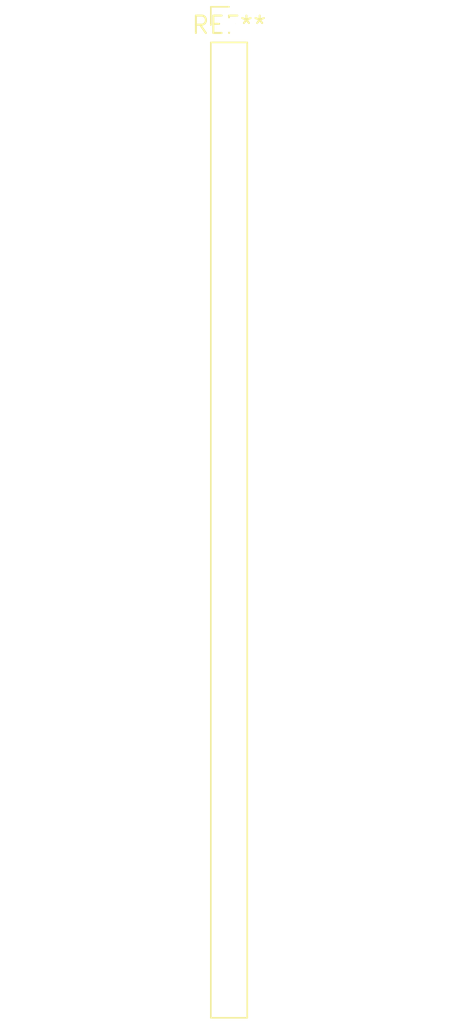
<source format=kicad_pcb>
(kicad_pcb (version 20240108) (generator pcbnew)
  (layers (0 "F.Cu" signal) (31 "B.Cu" signal) (34 "B.Paste" user) (35 "F.Paste" user) (36 "B.SilkS" user "B.Silkscreen") (37 "F.SilkS" user "F.Silkscreen") (38 "B.Mask" user) (39 "F.Mask" user) (44 "Edge.Cuts" user))
  (net 0 "")
  (footprint "PinHeader_1x29_P2.54mm_Vertical" (layer "F.Cu") (at 0 0)
    (property "Reference" "REF**")
    (property "Value" "PinHeader_1x29_P2.54mm_Vertical")
    (fp_line (start -1.33 -1.33) (end 0 -1.33) (layer "F.SilkS") (stroke (width 0.12)))
    (fp_line (start -1.33 0) (end -1.33 -1.33) (layer "F.SilkS") (stroke (width 0.12)))
    (fp_line (start -1.33 1.27) (end -1.33 72.45) (layer "F.SilkS") (stroke (width 0.12)))
    (fp_line (start -1.33 1.27) (end 1.33 1.27) (layer "F.SilkS") (stroke (width 0.12)))
    (fp_line (start -1.33 72.45) (end 1.33 72.45) (layer "F.SilkS") (stroke (width 0.12)))
    (fp_line (start 1.33 1.27) (end 1.33 72.45) (layer "F.SilkS") (stroke (width 0.12)))
    (pad "1" thru_hole rect (at 0 0) (size 1.7 1.7) (drill 1) (layers *.Cu *.Mask) (remove_unused_layers))
    (pad "2" thru_hole oval (at 0 2.54) (size 1.7 1.7) (drill 1) (layers *.Cu *.Mask) (remove_unused_layers))
    (pad "3" thru_hole oval (at 0 5.08) (size 1.7 1.7) (drill 1) (layers *.Cu *.Mask) (remove_unused_layers))
    (pad "4" thru_hole oval (at 0 7.62) (size 1.7 1.7) (drill 1) (layers *.Cu *.Mask) (remove_unused_layers))
    (pad "5" thru_hole oval (at 0 10.16) (size 1.7 1.7) (drill 1) (layers *.Cu *.Mask) (remove_unused_layers))
    (pad "6" thru_hole oval (at 0 12.7) (size 1.7 1.7) (drill 1) (layers *.Cu *.Mask) (remove_unused_layers))
    (pad "7" thru_hole oval (at 0 15.24) (size 1.7 1.7) (drill 1) (layers *.Cu *.Mask) (remove_unused_layers))
    (pad "8" thru_hole oval (at 0 17.78) (size 1.7 1.7) (drill 1) (layers *.Cu *.Mask) (remove_unused_layers))
    (pad "9" thru_hole oval (at 0 20.32) (size 1.7 1.7) (drill 1) (layers *.Cu *.Mask) (remove_unused_layers))
    (pad "10" thru_hole oval (at 0 22.86) (size 1.7 1.7) (drill 1) (layers *.Cu *.Mask) (remove_unused_layers))
    (pad "11" thru_hole oval (at 0 25.4) (size 1.7 1.7) (drill 1) (layers *.Cu *.Mask) (remove_unused_layers))
    (pad "12" thru_hole oval (at 0 27.94) (size 1.7 1.7) (drill 1) (layers *.Cu *.Mask) (remove_unused_layers))
    (pad "13" thru_hole oval (at 0 30.48) (size 1.7 1.7) (drill 1) (layers *.Cu *.Mask) (remove_unused_layers))
    (pad "14" thru_hole oval (at 0 33.02) (size 1.7 1.7) (drill 1) (layers *.Cu *.Mask) (remove_unused_layers))
    (pad "15" thru_hole oval (at 0 35.56) (size 1.7 1.7) (drill 1) (layers *.Cu *.Mask) (remove_unused_layers))
    (pad "16" thru_hole oval (at 0 38.1) (size 1.7 1.7) (drill 1) (layers *.Cu *.Mask) (remove_unused_layers))
    (pad "17" thru_hole oval (at 0 40.64) (size 1.7 1.7) (drill 1) (layers *.Cu *.Mask) (remove_unused_layers))
    (pad "18" thru_hole oval (at 0 43.18) (size 1.7 1.7) (drill 1) (layers *.Cu *.Mask) (remove_unused_layers))
    (pad "19" thru_hole oval (at 0 45.72) (size 1.7 1.7) (drill 1) (layers *.Cu *.Mask) (remove_unused_layers))
    (pad "20" thru_hole oval (at 0 48.26) (size 1.7 1.7) (drill 1) (layers *.Cu *.Mask) (remove_unused_layers))
    (pad "21" thru_hole oval (at 0 50.8) (size 1.7 1.7) (drill 1) (layers *.Cu *.Mask) (remove_unused_layers))
    (pad "22" thru_hole oval (at 0 53.34) (size 1.7 1.7) (drill 1) (layers *.Cu *.Mask) (remove_unused_layers))
    (pad "23" thru_hole oval (at 0 55.88) (size 1.7 1.7) (drill 1) (layers *.Cu *.Mask) (remove_unused_layers))
    (pad "24" thru_hole oval (at 0 58.42) (size 1.7 1.7) (drill 1) (layers *.Cu *.Mask) (remove_unused_layers))
    (pad "25" thru_hole oval (at 0 60.96) (size 1.7 1.7) (drill 1) (layers *.Cu *.Mask) (remove_unused_layers))
    (pad "26" thru_hole oval (at 0 63.5) (size 1.7 1.7) (drill 1) (layers *.Cu *.Mask) (remove_unused_layers))
    (pad "27" thru_hole oval (at 0 66.04) (size 1.7 1.7) (drill 1) (layers *.Cu *.Mask) (remove_unused_layers))
    (pad "28" thru_hole oval (at 0 68.58) (size 1.7 1.7) (drill 1) (layers *.Cu *.Mask) (remove_unused_layers))
    (pad "29" thru_hole oval (at 0 71.12) (size 1.7 1.7) (drill 1) (layers *.Cu *.Mask) (remove_unused_layers))
  )
)
</source>
